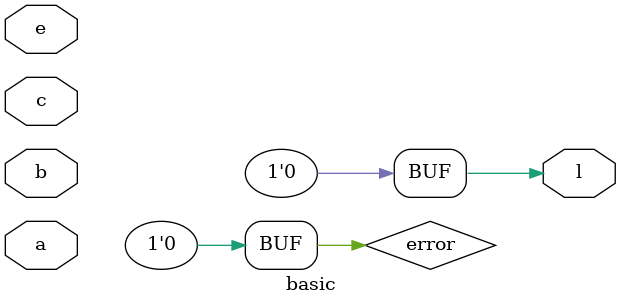
<source format=v>
module basic(a,b,c,e,l);
input a,b,c,e;
output l;
wire h,i,j,k,error;
and g1(h,a,b);
and g2(i,b,c);
not g3(j,i);
or g4(k,h,j);
and g5(l,error,e);
and g6(error,1'b0,k);
endmodule

</source>
